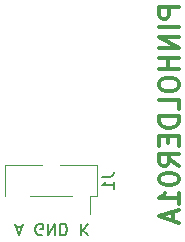
<source format=gbr>
%TF.GenerationSoftware,KiCad,Pcbnew,6.0.11+dfsg-1~bpo11+1*%
%TF.CreationDate,2023-06-15T01:02:04+00:00*%
%TF.ProjectId,PINHOLDER01,50494e48-4f4c-4444-9552-30312e6b6963,01A*%
%TF.SameCoordinates,Original*%
%TF.FileFunction,Legend,Bot*%
%TF.FilePolarity,Positive*%
%FSLAX46Y46*%
G04 Gerber Fmt 4.6, Leading zero omitted, Abs format (unit mm)*
G04 Created by KiCad (PCBNEW 6.0.11+dfsg-1~bpo11+1) date 2023-06-15 01:02:04*
%MOMM*%
%LPD*%
G01*
G04 APERTURE LIST*
%ADD10C,0.300000*%
%ADD11C,0.150000*%
%ADD12C,0.120000*%
G04 APERTURE END LIST*
D10*
X18673868Y3167337D02*
X16973868Y3167337D01*
X16973868Y2519718D01*
X17054821Y2357813D01*
X17135773Y2276861D01*
X17297678Y2195908D01*
X17540535Y2195908D01*
X17702440Y2276861D01*
X17783392Y2357813D01*
X17864344Y2519718D01*
X17864344Y3167337D01*
X18673868Y1467337D02*
X16973868Y1467337D01*
X18673868Y657813D02*
X16973868Y657813D01*
X18673868Y-313615D01*
X16973868Y-313615D01*
X18673868Y-1123139D02*
X16973868Y-1123139D01*
X17783392Y-1123139D02*
X17783392Y-2094568D01*
X18673868Y-2094568D02*
X16973868Y-2094568D01*
X16973868Y-3227901D02*
X16973868Y-3551711D01*
X17054821Y-3713615D01*
X17216725Y-3875520D01*
X17540535Y-3956473D01*
X18107201Y-3956473D01*
X18431011Y-3875520D01*
X18592916Y-3713615D01*
X18673868Y-3551711D01*
X18673868Y-3227901D01*
X18592916Y-3065996D01*
X18431011Y-2904092D01*
X18107201Y-2823139D01*
X17540535Y-2823139D01*
X17216725Y-2904092D01*
X17054821Y-3065996D01*
X16973868Y-3227901D01*
X18673868Y-5494568D02*
X18673868Y-4685044D01*
X16973868Y-4685044D01*
X18673868Y-6061234D02*
X16973868Y-6061234D01*
X16973868Y-6465996D01*
X17054821Y-6708854D01*
X17216725Y-6870758D01*
X17378630Y-6951711D01*
X17702440Y-7032663D01*
X17945297Y-7032663D01*
X18269106Y-6951711D01*
X18431011Y-6870758D01*
X18592916Y-6708854D01*
X18673868Y-6465996D01*
X18673868Y-6061234D01*
X17783392Y-7761234D02*
X17783392Y-8327901D01*
X18673868Y-8570758D02*
X18673868Y-7761234D01*
X16973868Y-7761234D01*
X16973868Y-8570758D01*
X18673868Y-10270758D02*
X17864344Y-9704092D01*
X18673868Y-9299330D02*
X16973868Y-9299330D01*
X16973868Y-9946949D01*
X17054821Y-10108854D01*
X17135773Y-10189806D01*
X17297678Y-10270758D01*
X17540535Y-10270758D01*
X17702440Y-10189806D01*
X17783392Y-10108854D01*
X17864344Y-9946949D01*
X17864344Y-9299330D01*
X16973868Y-11323139D02*
X16973868Y-11485044D01*
X17054821Y-11646949D01*
X17135773Y-11727901D01*
X17297678Y-11808854D01*
X17621487Y-11889806D01*
X18026249Y-11889806D01*
X18350059Y-11808854D01*
X18511963Y-11727901D01*
X18592916Y-11646949D01*
X18673868Y-11485044D01*
X18673868Y-11323139D01*
X18592916Y-11161234D01*
X18511963Y-11080282D01*
X18350059Y-10999330D01*
X18026249Y-10918377D01*
X17621487Y-10918377D01*
X17297678Y-10999330D01*
X17135773Y-11080282D01*
X17054821Y-11161234D01*
X16973868Y-11323139D01*
X18673868Y-13508854D02*
X18673868Y-12537425D01*
X18673868Y-13023139D02*
X16973868Y-13023139D01*
X17216725Y-12861234D01*
X17378630Y-12699330D01*
X17459582Y-12537425D01*
X18188154Y-14156473D02*
X18188154Y-14965996D01*
X18673868Y-13994568D02*
X16973868Y-14561234D01*
X18673868Y-15127901D01*
D11*
X4901011Y-15442187D02*
X5377201Y-15442187D01*
X4805773Y-15156473D02*
X5139106Y-16156473D01*
X5472440Y-15156473D01*
X7091487Y-16108854D02*
X6996249Y-16156473D01*
X6853392Y-16156473D01*
X6710535Y-16108854D01*
X6615297Y-16013615D01*
X6567678Y-15918377D01*
X6520059Y-15727901D01*
X6520059Y-15585044D01*
X6567678Y-15394568D01*
X6615297Y-15299330D01*
X6710535Y-15204092D01*
X6853392Y-15156473D01*
X6948630Y-15156473D01*
X7091487Y-15204092D01*
X7139106Y-15251711D01*
X7139106Y-15585044D01*
X6948630Y-15585044D01*
X7567678Y-15156473D02*
X7567678Y-16156473D01*
X8139106Y-15156473D01*
X8139106Y-16156473D01*
X8615297Y-15156473D02*
X8615297Y-16156473D01*
X8853392Y-16156473D01*
X8996249Y-16108854D01*
X9091487Y-16013615D01*
X9139106Y-15918377D01*
X9186725Y-15727901D01*
X9186725Y-15585044D01*
X9139106Y-15394568D01*
X9091487Y-15299330D01*
X8996249Y-15204092D01*
X8853392Y-15156473D01*
X8615297Y-15156473D01*
X10377201Y-15156473D02*
X10377201Y-16156473D01*
X10948630Y-15156473D02*
X10520059Y-15727901D01*
X10948630Y-16156473D02*
X10377201Y-15585044D01*
%TO.C,J1*%
X12147201Y-11195520D02*
X12861487Y-11195520D01*
X13004344Y-11147901D01*
X13099582Y-11052663D01*
X13147201Y-10909806D01*
X13147201Y-10814568D01*
X13147201Y-12195520D02*
X13147201Y-11624092D01*
X13147201Y-11909806D02*
X12147201Y-11909806D01*
X12290059Y-11814568D01*
X12385297Y-11719330D01*
X12432916Y-11624092D01*
D12*
X3954821Y-12858854D02*
X3954821Y-10198854D01*
X9604821Y-12858854D02*
X6044821Y-12858854D01*
X11694821Y-12858854D02*
X11694821Y-10198854D01*
X11694821Y-12858854D02*
X11124821Y-12858854D01*
X7064821Y-10198854D02*
X3954821Y-10198854D01*
X4524821Y-10198854D02*
X3954821Y-10198854D01*
X11124821Y-12858854D02*
X11124821Y-14378854D01*
X11694821Y-10198854D02*
X8584821Y-10198854D01*
%TD*%
M02*

</source>
